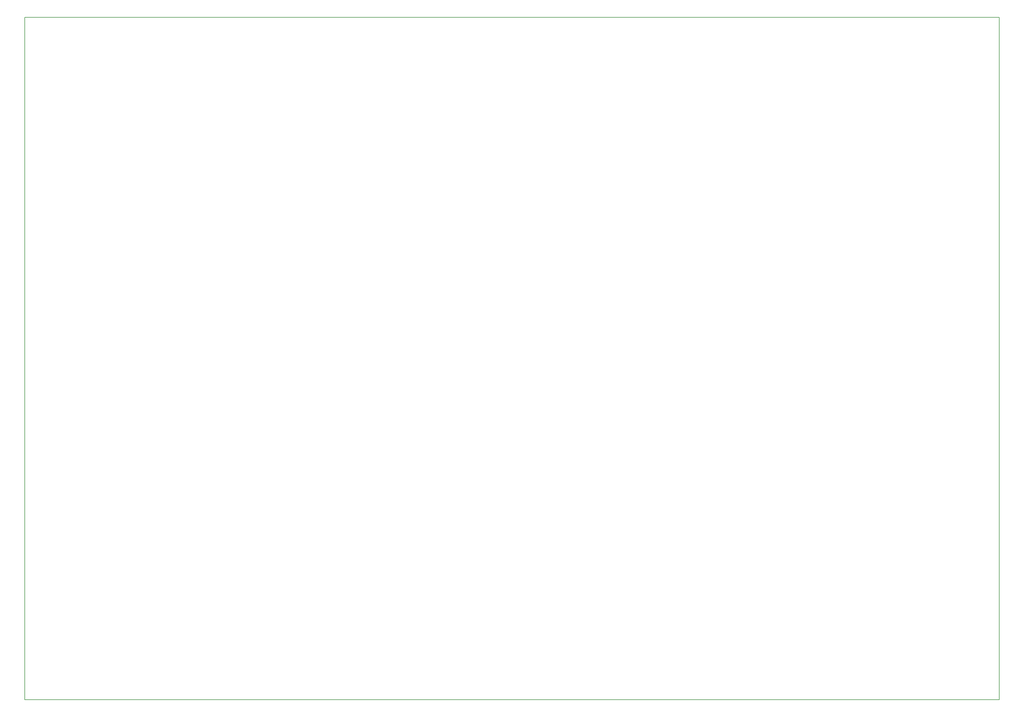
<source format=gbr>
%TF.GenerationSoftware,KiCad,Pcbnew,9.0.0*%
%TF.CreationDate,2025-07-23T13:34:58+02:00*%
%TF.ProjectId,PowerPCB,506f7765-7250-4434-922e-6b696361645f,rev?*%
%TF.SameCoordinates,Original*%
%TF.FileFunction,Profile,NP*%
%FSLAX46Y46*%
G04 Gerber Fmt 4.6, Leading zero omitted, Abs format (unit mm)*
G04 Created by KiCad (PCBNEW 9.0.0) date 2025-07-23 13:34:58*
%MOMM*%
%LPD*%
G01*
G04 APERTURE LIST*
%TA.AperFunction,Profile*%
%ADD10C,0.200000*%
%TD*%
G04 APERTURE END LIST*
D10*
X56800000Y-40599000D02*
X356800000Y-40599000D01*
X356800000Y-250599000D01*
X56800000Y-250599000D01*
X56800000Y-40599000D01*
M02*

</source>
